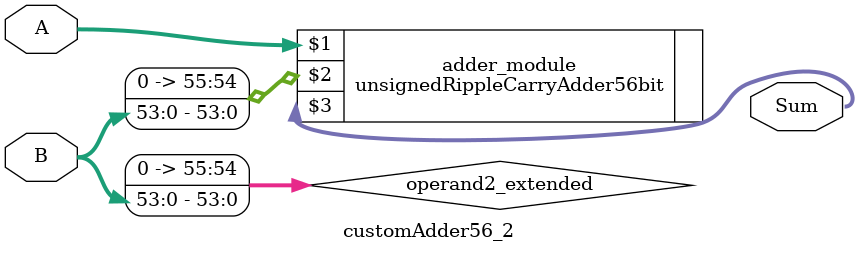
<source format=v>
module customAdder56_2(
                        input [55 : 0] A,
                        input [53 : 0] B,
                        
                        output [56 : 0] Sum
                );

        wire [55 : 0] operand2_extended;
        
        assign operand2_extended =  {2'b0, B};
        
        unsignedRippleCarryAdder56bit adder_module(
            A,
            operand2_extended,
            Sum
        );
        
        endmodule
        
</source>
